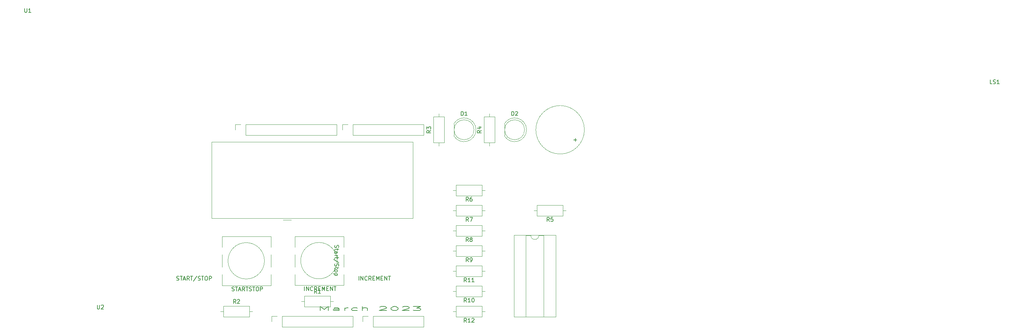
<source format=gbr>
%TF.GenerationSoftware,KiCad,Pcbnew,(7.0.0)*%
%TF.CreationDate,2023-04-11T17:05:15-06:00*%
%TF.ProjectId,EmbeddedSystemsPhaseA,456d6265-6464-4656-9453-797374656d73,rev?*%
%TF.SameCoordinates,Original*%
%TF.FileFunction,Legend,Top*%
%TF.FilePolarity,Positive*%
%FSLAX46Y46*%
G04 Gerber Fmt 4.6, Leading zero omitted, Abs format (unit mm)*
G04 Created by KiCad (PCBNEW (7.0.0)) date 2023-04-11 17:05:15*
%MOMM*%
%LPD*%
G01*
G04 APERTURE LIST*
%ADD10C,0.200000*%
%ADD11C,0.150000*%
%ADD12C,0.120000*%
G04 APERTURE END LIST*
D10*
X148498095Y-87082380D02*
X148498095Y-86082380D01*
X148974285Y-87082380D02*
X148974285Y-86082380D01*
X148974285Y-86082380D02*
X149545713Y-87082380D01*
X149545713Y-87082380D02*
X149545713Y-86082380D01*
X150593332Y-86987142D02*
X150545713Y-87034761D01*
X150545713Y-87034761D02*
X150402856Y-87082380D01*
X150402856Y-87082380D02*
X150307618Y-87082380D01*
X150307618Y-87082380D02*
X150164761Y-87034761D01*
X150164761Y-87034761D02*
X150069523Y-86939523D01*
X150069523Y-86939523D02*
X150021904Y-86844285D01*
X150021904Y-86844285D02*
X149974285Y-86653809D01*
X149974285Y-86653809D02*
X149974285Y-86510952D01*
X149974285Y-86510952D02*
X150021904Y-86320476D01*
X150021904Y-86320476D02*
X150069523Y-86225238D01*
X150069523Y-86225238D02*
X150164761Y-86130000D01*
X150164761Y-86130000D02*
X150307618Y-86082380D01*
X150307618Y-86082380D02*
X150402856Y-86082380D01*
X150402856Y-86082380D02*
X150545713Y-86130000D01*
X150545713Y-86130000D02*
X150593332Y-86177619D01*
X151593332Y-87082380D02*
X151259999Y-86606190D01*
X151021904Y-87082380D02*
X151021904Y-86082380D01*
X151021904Y-86082380D02*
X151402856Y-86082380D01*
X151402856Y-86082380D02*
X151498094Y-86130000D01*
X151498094Y-86130000D02*
X151545713Y-86177619D01*
X151545713Y-86177619D02*
X151593332Y-86272857D01*
X151593332Y-86272857D02*
X151593332Y-86415714D01*
X151593332Y-86415714D02*
X151545713Y-86510952D01*
X151545713Y-86510952D02*
X151498094Y-86558571D01*
X151498094Y-86558571D02*
X151402856Y-86606190D01*
X151402856Y-86606190D02*
X151021904Y-86606190D01*
X152021904Y-86558571D02*
X152355237Y-86558571D01*
X152498094Y-87082380D02*
X152021904Y-87082380D01*
X152021904Y-87082380D02*
X152021904Y-86082380D01*
X152021904Y-86082380D02*
X152498094Y-86082380D01*
X152926666Y-87082380D02*
X152926666Y-86082380D01*
X152926666Y-86082380D02*
X153259999Y-86796666D01*
X153259999Y-86796666D02*
X153593332Y-86082380D01*
X153593332Y-86082380D02*
X153593332Y-87082380D01*
X154069523Y-86558571D02*
X154402856Y-86558571D01*
X154545713Y-87082380D02*
X154069523Y-87082380D01*
X154069523Y-87082380D02*
X154069523Y-86082380D01*
X154069523Y-86082380D02*
X154545713Y-86082380D01*
X154974285Y-87082380D02*
X154974285Y-86082380D01*
X154974285Y-86082380D02*
X155545713Y-87082380D01*
X155545713Y-87082380D02*
X155545713Y-86082380D01*
X155879047Y-86082380D02*
X156450475Y-86082380D01*
X156164761Y-87082380D02*
X156164761Y-86082380D01*
X142490238Y-78282376D02*
X142442619Y-78425233D01*
X142442619Y-78425233D02*
X142442619Y-78663328D01*
X142442619Y-78663328D02*
X142490238Y-78758566D01*
X142490238Y-78758566D02*
X142537857Y-78806185D01*
X142537857Y-78806185D02*
X142633095Y-78853804D01*
X142633095Y-78853804D02*
X142728333Y-78853804D01*
X142728333Y-78853804D02*
X142823571Y-78806185D01*
X142823571Y-78806185D02*
X142871190Y-78758566D01*
X142871190Y-78758566D02*
X142918809Y-78663328D01*
X142918809Y-78663328D02*
X142966428Y-78472852D01*
X142966428Y-78472852D02*
X143014047Y-78377614D01*
X143014047Y-78377614D02*
X143061666Y-78329995D01*
X143061666Y-78329995D02*
X143156904Y-78282376D01*
X143156904Y-78282376D02*
X143252142Y-78282376D01*
X143252142Y-78282376D02*
X143347380Y-78329995D01*
X143347380Y-78329995D02*
X143395000Y-78377614D01*
X143395000Y-78377614D02*
X143442619Y-78472852D01*
X143442619Y-78472852D02*
X143442619Y-78710947D01*
X143442619Y-78710947D02*
X143395000Y-78853804D01*
X143109285Y-79139519D02*
X143109285Y-79520471D01*
X143442619Y-79282376D02*
X142585476Y-79282376D01*
X142585476Y-79282376D02*
X142490238Y-79329995D01*
X142490238Y-79329995D02*
X142442619Y-79425233D01*
X142442619Y-79425233D02*
X142442619Y-79520471D01*
X142442619Y-80282376D02*
X142966428Y-80282376D01*
X142966428Y-80282376D02*
X143061666Y-80234757D01*
X143061666Y-80234757D02*
X143109285Y-80139519D01*
X143109285Y-80139519D02*
X143109285Y-79949043D01*
X143109285Y-79949043D02*
X143061666Y-79853805D01*
X142490238Y-80282376D02*
X142442619Y-80187138D01*
X142442619Y-80187138D02*
X142442619Y-79949043D01*
X142442619Y-79949043D02*
X142490238Y-79853805D01*
X142490238Y-79853805D02*
X142585476Y-79806186D01*
X142585476Y-79806186D02*
X142680714Y-79806186D01*
X142680714Y-79806186D02*
X142775952Y-79853805D01*
X142775952Y-79853805D02*
X142823571Y-79949043D01*
X142823571Y-79949043D02*
X142823571Y-80187138D01*
X142823571Y-80187138D02*
X142871190Y-80282376D01*
X142442619Y-80758567D02*
X143109285Y-80758567D01*
X142918809Y-80758567D02*
X143014047Y-80806186D01*
X143014047Y-80806186D02*
X143061666Y-80853805D01*
X143061666Y-80853805D02*
X143109285Y-80949043D01*
X143109285Y-80949043D02*
X143109285Y-81044281D01*
X143109285Y-81234758D02*
X143109285Y-81615710D01*
X143442619Y-81377615D02*
X142585476Y-81377615D01*
X142585476Y-81377615D02*
X142490238Y-81425234D01*
X142490238Y-81425234D02*
X142442619Y-81520472D01*
X142442619Y-81520472D02*
X142442619Y-81615710D01*
X143490238Y-82663329D02*
X142204523Y-81806187D01*
X142490238Y-82949044D02*
X142442619Y-83091901D01*
X142442619Y-83091901D02*
X142442619Y-83329996D01*
X142442619Y-83329996D02*
X142490238Y-83425234D01*
X142490238Y-83425234D02*
X142537857Y-83472853D01*
X142537857Y-83472853D02*
X142633095Y-83520472D01*
X142633095Y-83520472D02*
X142728333Y-83520472D01*
X142728333Y-83520472D02*
X142823571Y-83472853D01*
X142823571Y-83472853D02*
X142871190Y-83425234D01*
X142871190Y-83425234D02*
X142918809Y-83329996D01*
X142918809Y-83329996D02*
X142966428Y-83139520D01*
X142966428Y-83139520D02*
X143014047Y-83044282D01*
X143014047Y-83044282D02*
X143061666Y-82996663D01*
X143061666Y-82996663D02*
X143156904Y-82949044D01*
X143156904Y-82949044D02*
X143252142Y-82949044D01*
X143252142Y-82949044D02*
X143347380Y-82996663D01*
X143347380Y-82996663D02*
X143395000Y-83044282D01*
X143395000Y-83044282D02*
X143442619Y-83139520D01*
X143442619Y-83139520D02*
X143442619Y-83377615D01*
X143442619Y-83377615D02*
X143395000Y-83520472D01*
X143109285Y-83806187D02*
X143109285Y-84187139D01*
X143442619Y-83949044D02*
X142585476Y-83949044D01*
X142585476Y-83949044D02*
X142490238Y-83996663D01*
X142490238Y-83996663D02*
X142442619Y-84091901D01*
X142442619Y-84091901D02*
X142442619Y-84187139D01*
X142442619Y-84663330D02*
X142490238Y-84568092D01*
X142490238Y-84568092D02*
X142537857Y-84520473D01*
X142537857Y-84520473D02*
X142633095Y-84472854D01*
X142633095Y-84472854D02*
X142918809Y-84472854D01*
X142918809Y-84472854D02*
X143014047Y-84520473D01*
X143014047Y-84520473D02*
X143061666Y-84568092D01*
X143061666Y-84568092D02*
X143109285Y-84663330D01*
X143109285Y-84663330D02*
X143109285Y-84806187D01*
X143109285Y-84806187D02*
X143061666Y-84901425D01*
X143061666Y-84901425D02*
X143014047Y-84949044D01*
X143014047Y-84949044D02*
X142918809Y-84996663D01*
X142918809Y-84996663D02*
X142633095Y-84996663D01*
X142633095Y-84996663D02*
X142537857Y-84949044D01*
X142537857Y-84949044D02*
X142490238Y-84901425D01*
X142490238Y-84901425D02*
X142442619Y-84806187D01*
X142442619Y-84806187D02*
X142442619Y-84663330D01*
X143109285Y-85425235D02*
X142109285Y-85425235D01*
X143061666Y-85425235D02*
X143109285Y-85520473D01*
X143109285Y-85520473D02*
X143109285Y-85710949D01*
X143109285Y-85710949D02*
X143061666Y-85806187D01*
X143061666Y-85806187D02*
X143014047Y-85853806D01*
X143014047Y-85853806D02*
X142918809Y-85901425D01*
X142918809Y-85901425D02*
X142633095Y-85901425D01*
X142633095Y-85901425D02*
X142537857Y-85853806D01*
X142537857Y-85853806D02*
X142490238Y-85806187D01*
X142490238Y-85806187D02*
X142442619Y-85710949D01*
X142442619Y-85710949D02*
X142442619Y-85520473D01*
X142442619Y-85520473D02*
X142490238Y-85425235D01*
X138814285Y-94702380D02*
X138814285Y-93702380D01*
X138814285Y-93702380D02*
X139814285Y-94416666D01*
X139814285Y-94416666D02*
X140814285Y-93702380D01*
X140814285Y-93702380D02*
X140814285Y-94702380D01*
X143528571Y-94702380D02*
X143528571Y-94178571D01*
X143528571Y-94178571D02*
X143385713Y-94083333D01*
X143385713Y-94083333D02*
X143099999Y-94035714D01*
X143099999Y-94035714D02*
X142528571Y-94035714D01*
X142528571Y-94035714D02*
X142242856Y-94083333D01*
X143528571Y-94654761D02*
X143242856Y-94702380D01*
X143242856Y-94702380D02*
X142528571Y-94702380D01*
X142528571Y-94702380D02*
X142242856Y-94654761D01*
X142242856Y-94654761D02*
X142099999Y-94559523D01*
X142099999Y-94559523D02*
X142099999Y-94464285D01*
X142099999Y-94464285D02*
X142242856Y-94369047D01*
X142242856Y-94369047D02*
X142528571Y-94321428D01*
X142528571Y-94321428D02*
X143242856Y-94321428D01*
X143242856Y-94321428D02*
X143528571Y-94273809D01*
X144957142Y-94702380D02*
X144957142Y-94035714D01*
X144957142Y-94226190D02*
X145099999Y-94130952D01*
X145099999Y-94130952D02*
X145242857Y-94083333D01*
X145242857Y-94083333D02*
X145528571Y-94035714D01*
X145528571Y-94035714D02*
X145814285Y-94035714D01*
X148100000Y-94654761D02*
X147814285Y-94702380D01*
X147814285Y-94702380D02*
X147242857Y-94702380D01*
X147242857Y-94702380D02*
X146957142Y-94654761D01*
X146957142Y-94654761D02*
X146814285Y-94607142D01*
X146814285Y-94607142D02*
X146671428Y-94511904D01*
X146671428Y-94511904D02*
X146671428Y-94226190D01*
X146671428Y-94226190D02*
X146814285Y-94130952D01*
X146814285Y-94130952D02*
X146957142Y-94083333D01*
X146957142Y-94083333D02*
X147242857Y-94035714D01*
X147242857Y-94035714D02*
X147814285Y-94035714D01*
X147814285Y-94035714D02*
X148100000Y-94083333D01*
X149385714Y-94702380D02*
X149385714Y-93702380D01*
X150671429Y-94702380D02*
X150671429Y-94178571D01*
X150671429Y-94178571D02*
X150528571Y-94083333D01*
X150528571Y-94083333D02*
X150242857Y-94035714D01*
X150242857Y-94035714D02*
X149814286Y-94035714D01*
X149814286Y-94035714D02*
X149528571Y-94083333D01*
X149528571Y-94083333D02*
X149385714Y-94130952D01*
X153757143Y-93797619D02*
X153900000Y-93750000D01*
X153900000Y-93750000D02*
X154185715Y-93702380D01*
X154185715Y-93702380D02*
X154900000Y-93702380D01*
X154900000Y-93702380D02*
X155185715Y-93750000D01*
X155185715Y-93750000D02*
X155328572Y-93797619D01*
X155328572Y-93797619D02*
X155471429Y-93892857D01*
X155471429Y-93892857D02*
X155471429Y-93988095D01*
X155471429Y-93988095D02*
X155328572Y-94130952D01*
X155328572Y-94130952D02*
X153614286Y-94702380D01*
X153614286Y-94702380D02*
X155471429Y-94702380D01*
X157328572Y-93702380D02*
X157614286Y-93702380D01*
X157614286Y-93702380D02*
X157900000Y-93750000D01*
X157900000Y-93750000D02*
X158042858Y-93797619D01*
X158042858Y-93797619D02*
X158185715Y-93892857D01*
X158185715Y-93892857D02*
X158328572Y-94083333D01*
X158328572Y-94083333D02*
X158328572Y-94321428D01*
X158328572Y-94321428D02*
X158185715Y-94511904D01*
X158185715Y-94511904D02*
X158042858Y-94607142D01*
X158042858Y-94607142D02*
X157900000Y-94654761D01*
X157900000Y-94654761D02*
X157614286Y-94702380D01*
X157614286Y-94702380D02*
X157328572Y-94702380D01*
X157328572Y-94702380D02*
X157042858Y-94654761D01*
X157042858Y-94654761D02*
X156900000Y-94607142D01*
X156900000Y-94607142D02*
X156757143Y-94511904D01*
X156757143Y-94511904D02*
X156614286Y-94321428D01*
X156614286Y-94321428D02*
X156614286Y-94083333D01*
X156614286Y-94083333D02*
X156757143Y-93892857D01*
X156757143Y-93892857D02*
X156900000Y-93797619D01*
X156900000Y-93797619D02*
X157042858Y-93750000D01*
X157042858Y-93750000D02*
X157328572Y-93702380D01*
X159471429Y-93797619D02*
X159614286Y-93750000D01*
X159614286Y-93750000D02*
X159900001Y-93702380D01*
X159900001Y-93702380D02*
X160614286Y-93702380D01*
X160614286Y-93702380D02*
X160900001Y-93750000D01*
X160900001Y-93750000D02*
X161042858Y-93797619D01*
X161042858Y-93797619D02*
X161185715Y-93892857D01*
X161185715Y-93892857D02*
X161185715Y-93988095D01*
X161185715Y-93988095D02*
X161042858Y-94130952D01*
X161042858Y-94130952D02*
X159328572Y-94702380D01*
X159328572Y-94702380D02*
X161185715Y-94702380D01*
X162185715Y-93702380D02*
X164042858Y-93702380D01*
X164042858Y-93702380D02*
X163042858Y-94083333D01*
X163042858Y-94083333D02*
X163471429Y-94083333D01*
X163471429Y-94083333D02*
X163757144Y-94130952D01*
X163757144Y-94130952D02*
X163900001Y-94178571D01*
X163900001Y-94178571D02*
X164042858Y-94273809D01*
X164042858Y-94273809D02*
X164042858Y-94511904D01*
X164042858Y-94511904D02*
X163900001Y-94607142D01*
X163900001Y-94607142D02*
X163757144Y-94654761D01*
X163757144Y-94654761D02*
X163471429Y-94702380D01*
X163471429Y-94702380D02*
X162614286Y-94702380D01*
X162614286Y-94702380D02*
X162328572Y-94654761D01*
X162328572Y-94654761D02*
X162185715Y-94607142D01*
X102730476Y-87034761D02*
X102873333Y-87082380D01*
X102873333Y-87082380D02*
X103111428Y-87082380D01*
X103111428Y-87082380D02*
X103206666Y-87034761D01*
X103206666Y-87034761D02*
X103254285Y-86987142D01*
X103254285Y-86987142D02*
X103301904Y-86891904D01*
X103301904Y-86891904D02*
X103301904Y-86796666D01*
X103301904Y-86796666D02*
X103254285Y-86701428D01*
X103254285Y-86701428D02*
X103206666Y-86653809D01*
X103206666Y-86653809D02*
X103111428Y-86606190D01*
X103111428Y-86606190D02*
X102920952Y-86558571D01*
X102920952Y-86558571D02*
X102825714Y-86510952D01*
X102825714Y-86510952D02*
X102778095Y-86463333D01*
X102778095Y-86463333D02*
X102730476Y-86368095D01*
X102730476Y-86368095D02*
X102730476Y-86272857D01*
X102730476Y-86272857D02*
X102778095Y-86177619D01*
X102778095Y-86177619D02*
X102825714Y-86130000D01*
X102825714Y-86130000D02*
X102920952Y-86082380D01*
X102920952Y-86082380D02*
X103159047Y-86082380D01*
X103159047Y-86082380D02*
X103301904Y-86130000D01*
X103587619Y-86082380D02*
X104159047Y-86082380D01*
X103873333Y-87082380D02*
X103873333Y-86082380D01*
X104444762Y-86796666D02*
X104920952Y-86796666D01*
X104349524Y-87082380D02*
X104682857Y-86082380D01*
X104682857Y-86082380D02*
X105016190Y-87082380D01*
X105920952Y-87082380D02*
X105587619Y-86606190D01*
X105349524Y-87082380D02*
X105349524Y-86082380D01*
X105349524Y-86082380D02*
X105730476Y-86082380D01*
X105730476Y-86082380D02*
X105825714Y-86130000D01*
X105825714Y-86130000D02*
X105873333Y-86177619D01*
X105873333Y-86177619D02*
X105920952Y-86272857D01*
X105920952Y-86272857D02*
X105920952Y-86415714D01*
X105920952Y-86415714D02*
X105873333Y-86510952D01*
X105873333Y-86510952D02*
X105825714Y-86558571D01*
X105825714Y-86558571D02*
X105730476Y-86606190D01*
X105730476Y-86606190D02*
X105349524Y-86606190D01*
X106206667Y-86082380D02*
X106778095Y-86082380D01*
X106492381Y-87082380D02*
X106492381Y-86082380D01*
X107825714Y-86034761D02*
X106968572Y-87320476D01*
X108111429Y-87034761D02*
X108254286Y-87082380D01*
X108254286Y-87082380D02*
X108492381Y-87082380D01*
X108492381Y-87082380D02*
X108587619Y-87034761D01*
X108587619Y-87034761D02*
X108635238Y-86987142D01*
X108635238Y-86987142D02*
X108682857Y-86891904D01*
X108682857Y-86891904D02*
X108682857Y-86796666D01*
X108682857Y-86796666D02*
X108635238Y-86701428D01*
X108635238Y-86701428D02*
X108587619Y-86653809D01*
X108587619Y-86653809D02*
X108492381Y-86606190D01*
X108492381Y-86606190D02*
X108301905Y-86558571D01*
X108301905Y-86558571D02*
X108206667Y-86510952D01*
X108206667Y-86510952D02*
X108159048Y-86463333D01*
X108159048Y-86463333D02*
X108111429Y-86368095D01*
X108111429Y-86368095D02*
X108111429Y-86272857D01*
X108111429Y-86272857D02*
X108159048Y-86177619D01*
X108159048Y-86177619D02*
X108206667Y-86130000D01*
X108206667Y-86130000D02*
X108301905Y-86082380D01*
X108301905Y-86082380D02*
X108540000Y-86082380D01*
X108540000Y-86082380D02*
X108682857Y-86130000D01*
X108968572Y-86082380D02*
X109540000Y-86082380D01*
X109254286Y-87082380D02*
X109254286Y-86082380D01*
X110063810Y-86082380D02*
X110254286Y-86082380D01*
X110254286Y-86082380D02*
X110349524Y-86130000D01*
X110349524Y-86130000D02*
X110444762Y-86225238D01*
X110444762Y-86225238D02*
X110492381Y-86415714D01*
X110492381Y-86415714D02*
X110492381Y-86749047D01*
X110492381Y-86749047D02*
X110444762Y-86939523D01*
X110444762Y-86939523D02*
X110349524Y-87034761D01*
X110349524Y-87034761D02*
X110254286Y-87082380D01*
X110254286Y-87082380D02*
X110063810Y-87082380D01*
X110063810Y-87082380D02*
X109968572Y-87034761D01*
X109968572Y-87034761D02*
X109873334Y-86939523D01*
X109873334Y-86939523D02*
X109825715Y-86749047D01*
X109825715Y-86749047D02*
X109825715Y-86415714D01*
X109825715Y-86415714D02*
X109873334Y-86225238D01*
X109873334Y-86225238D02*
X109968572Y-86130000D01*
X109968572Y-86130000D02*
X110063810Y-86082380D01*
X110920953Y-87082380D02*
X110920953Y-86082380D01*
X110920953Y-86082380D02*
X111301905Y-86082380D01*
X111301905Y-86082380D02*
X111397143Y-86130000D01*
X111397143Y-86130000D02*
X111444762Y-86177619D01*
X111444762Y-86177619D02*
X111492381Y-86272857D01*
X111492381Y-86272857D02*
X111492381Y-86415714D01*
X111492381Y-86415714D02*
X111444762Y-86510952D01*
X111444762Y-86510952D02*
X111397143Y-86558571D01*
X111397143Y-86558571D02*
X111301905Y-86606190D01*
X111301905Y-86606190D02*
X110920953Y-86606190D01*
D11*
%TO.C,D2*%
X186891905Y-45607380D02*
X186891905Y-44607380D01*
X186891905Y-44607380D02*
X187130000Y-44607380D01*
X187130000Y-44607380D02*
X187272857Y-44655000D01*
X187272857Y-44655000D02*
X187368095Y-44750238D01*
X187368095Y-44750238D02*
X187415714Y-44845476D01*
X187415714Y-44845476D02*
X187463333Y-45035952D01*
X187463333Y-45035952D02*
X187463333Y-45178809D01*
X187463333Y-45178809D02*
X187415714Y-45369285D01*
X187415714Y-45369285D02*
X187368095Y-45464523D01*
X187368095Y-45464523D02*
X187272857Y-45559761D01*
X187272857Y-45559761D02*
X187130000Y-45607380D01*
X187130000Y-45607380D02*
X186891905Y-45607380D01*
X187844286Y-44702619D02*
X187891905Y-44655000D01*
X187891905Y-44655000D02*
X187987143Y-44607380D01*
X187987143Y-44607380D02*
X188225238Y-44607380D01*
X188225238Y-44607380D02*
X188320476Y-44655000D01*
X188320476Y-44655000D02*
X188368095Y-44702619D01*
X188368095Y-44702619D02*
X188415714Y-44797857D01*
X188415714Y-44797857D02*
X188415714Y-44893095D01*
X188415714Y-44893095D02*
X188368095Y-45035952D01*
X188368095Y-45035952D02*
X187796667Y-45607380D01*
X187796667Y-45607380D02*
X188415714Y-45607380D01*
%TO.C,U2*%
X82802095Y-93315380D02*
X82802095Y-94124904D01*
X82802095Y-94124904D02*
X82849714Y-94220142D01*
X82849714Y-94220142D02*
X82897333Y-94267761D01*
X82897333Y-94267761D02*
X82992571Y-94315380D01*
X82992571Y-94315380D02*
X83183047Y-94315380D01*
X83183047Y-94315380D02*
X83278285Y-94267761D01*
X83278285Y-94267761D02*
X83325904Y-94220142D01*
X83325904Y-94220142D02*
X83373523Y-94124904D01*
X83373523Y-94124904D02*
X83373523Y-93315380D01*
X83802095Y-93410619D02*
X83849714Y-93363000D01*
X83849714Y-93363000D02*
X83944952Y-93315380D01*
X83944952Y-93315380D02*
X84183047Y-93315380D01*
X84183047Y-93315380D02*
X84278285Y-93363000D01*
X84278285Y-93363000D02*
X84325904Y-93410619D01*
X84325904Y-93410619D02*
X84373523Y-93505857D01*
X84373523Y-93505857D02*
X84373523Y-93601095D01*
X84373523Y-93601095D02*
X84325904Y-93743952D01*
X84325904Y-93743952D02*
X83754476Y-94315380D01*
X83754476Y-94315380D02*
X84373523Y-94315380D01*
%TO.C,R8*%
X176033333Y-77337380D02*
X175700000Y-76861190D01*
X175461905Y-77337380D02*
X175461905Y-76337380D01*
X175461905Y-76337380D02*
X175842857Y-76337380D01*
X175842857Y-76337380D02*
X175938095Y-76385000D01*
X175938095Y-76385000D02*
X175985714Y-76432619D01*
X175985714Y-76432619D02*
X176033333Y-76527857D01*
X176033333Y-76527857D02*
X176033333Y-76670714D01*
X176033333Y-76670714D02*
X175985714Y-76765952D01*
X175985714Y-76765952D02*
X175938095Y-76813571D01*
X175938095Y-76813571D02*
X175842857Y-76861190D01*
X175842857Y-76861190D02*
X175461905Y-76861190D01*
X176604762Y-76765952D02*
X176509524Y-76718333D01*
X176509524Y-76718333D02*
X176461905Y-76670714D01*
X176461905Y-76670714D02*
X176414286Y-76575476D01*
X176414286Y-76575476D02*
X176414286Y-76527857D01*
X176414286Y-76527857D02*
X176461905Y-76432619D01*
X176461905Y-76432619D02*
X176509524Y-76385000D01*
X176509524Y-76385000D02*
X176604762Y-76337380D01*
X176604762Y-76337380D02*
X176795238Y-76337380D01*
X176795238Y-76337380D02*
X176890476Y-76385000D01*
X176890476Y-76385000D02*
X176938095Y-76432619D01*
X176938095Y-76432619D02*
X176985714Y-76527857D01*
X176985714Y-76527857D02*
X176985714Y-76575476D01*
X176985714Y-76575476D02*
X176938095Y-76670714D01*
X176938095Y-76670714D02*
X176890476Y-76718333D01*
X176890476Y-76718333D02*
X176795238Y-76765952D01*
X176795238Y-76765952D02*
X176604762Y-76765952D01*
X176604762Y-76765952D02*
X176509524Y-76813571D01*
X176509524Y-76813571D02*
X176461905Y-76861190D01*
X176461905Y-76861190D02*
X176414286Y-76956428D01*
X176414286Y-76956428D02*
X176414286Y-77146904D01*
X176414286Y-77146904D02*
X176461905Y-77242142D01*
X176461905Y-77242142D02*
X176509524Y-77289761D01*
X176509524Y-77289761D02*
X176604762Y-77337380D01*
X176604762Y-77337380D02*
X176795238Y-77337380D01*
X176795238Y-77337380D02*
X176890476Y-77289761D01*
X176890476Y-77289761D02*
X176938095Y-77242142D01*
X176938095Y-77242142D02*
X176985714Y-77146904D01*
X176985714Y-77146904D02*
X176985714Y-76956428D01*
X176985714Y-76956428D02*
X176938095Y-76861190D01*
X176938095Y-76861190D02*
X176890476Y-76813571D01*
X176890476Y-76813571D02*
X176795238Y-76765952D01*
%TO.C,R5*%
X196353333Y-72257380D02*
X196020000Y-71781190D01*
X195781905Y-72257380D02*
X195781905Y-71257380D01*
X195781905Y-71257380D02*
X196162857Y-71257380D01*
X196162857Y-71257380D02*
X196258095Y-71305000D01*
X196258095Y-71305000D02*
X196305714Y-71352619D01*
X196305714Y-71352619D02*
X196353333Y-71447857D01*
X196353333Y-71447857D02*
X196353333Y-71590714D01*
X196353333Y-71590714D02*
X196305714Y-71685952D01*
X196305714Y-71685952D02*
X196258095Y-71733571D01*
X196258095Y-71733571D02*
X196162857Y-71781190D01*
X196162857Y-71781190D02*
X195781905Y-71781190D01*
X197258095Y-71257380D02*
X196781905Y-71257380D01*
X196781905Y-71257380D02*
X196734286Y-71733571D01*
X196734286Y-71733571D02*
X196781905Y-71685952D01*
X196781905Y-71685952D02*
X196877143Y-71638333D01*
X196877143Y-71638333D02*
X197115238Y-71638333D01*
X197115238Y-71638333D02*
X197210476Y-71685952D01*
X197210476Y-71685952D02*
X197258095Y-71733571D01*
X197258095Y-71733571D02*
X197305714Y-71828809D01*
X197305714Y-71828809D02*
X197305714Y-72066904D01*
X197305714Y-72066904D02*
X197258095Y-72162142D01*
X197258095Y-72162142D02*
X197210476Y-72209761D01*
X197210476Y-72209761D02*
X197115238Y-72257380D01*
X197115238Y-72257380D02*
X196877143Y-72257380D01*
X196877143Y-72257380D02*
X196781905Y-72209761D01*
X196781905Y-72209761D02*
X196734286Y-72162142D01*
%TO.C,D1*%
X174191905Y-45607380D02*
X174191905Y-44607380D01*
X174191905Y-44607380D02*
X174430000Y-44607380D01*
X174430000Y-44607380D02*
X174572857Y-44655000D01*
X174572857Y-44655000D02*
X174668095Y-44750238D01*
X174668095Y-44750238D02*
X174715714Y-44845476D01*
X174715714Y-44845476D02*
X174763333Y-45035952D01*
X174763333Y-45035952D02*
X174763333Y-45178809D01*
X174763333Y-45178809D02*
X174715714Y-45369285D01*
X174715714Y-45369285D02*
X174668095Y-45464523D01*
X174668095Y-45464523D02*
X174572857Y-45559761D01*
X174572857Y-45559761D02*
X174430000Y-45607380D01*
X174430000Y-45607380D02*
X174191905Y-45607380D01*
X175715714Y-45607380D02*
X175144286Y-45607380D01*
X175430000Y-45607380D02*
X175430000Y-44607380D01*
X175430000Y-44607380D02*
X175334762Y-44750238D01*
X175334762Y-44750238D02*
X175239524Y-44845476D01*
X175239524Y-44845476D02*
X175144286Y-44893095D01*
%TO.C,R1*%
X137933333Y-90377380D02*
X137600000Y-89901190D01*
X137361905Y-90377380D02*
X137361905Y-89377380D01*
X137361905Y-89377380D02*
X137742857Y-89377380D01*
X137742857Y-89377380D02*
X137838095Y-89425000D01*
X137838095Y-89425000D02*
X137885714Y-89472619D01*
X137885714Y-89472619D02*
X137933333Y-89567857D01*
X137933333Y-89567857D02*
X137933333Y-89710714D01*
X137933333Y-89710714D02*
X137885714Y-89805952D01*
X137885714Y-89805952D02*
X137838095Y-89853571D01*
X137838095Y-89853571D02*
X137742857Y-89901190D01*
X137742857Y-89901190D02*
X137361905Y-89901190D01*
X138885714Y-90377380D02*
X138314286Y-90377380D01*
X138600000Y-90377380D02*
X138600000Y-89377380D01*
X138600000Y-89377380D02*
X138504762Y-89520238D01*
X138504762Y-89520238D02*
X138409524Y-89615476D01*
X138409524Y-89615476D02*
X138314286Y-89663095D01*
%TO.C,LS1*%
X307563142Y-37629380D02*
X307086952Y-37629380D01*
X307086952Y-37629380D02*
X307086952Y-36629380D01*
X307848857Y-37581761D02*
X307991714Y-37629380D01*
X307991714Y-37629380D02*
X308229809Y-37629380D01*
X308229809Y-37629380D02*
X308325047Y-37581761D01*
X308325047Y-37581761D02*
X308372666Y-37534142D01*
X308372666Y-37534142D02*
X308420285Y-37438904D01*
X308420285Y-37438904D02*
X308420285Y-37343666D01*
X308420285Y-37343666D02*
X308372666Y-37248428D01*
X308372666Y-37248428D02*
X308325047Y-37200809D01*
X308325047Y-37200809D02*
X308229809Y-37153190D01*
X308229809Y-37153190D02*
X308039333Y-37105571D01*
X308039333Y-37105571D02*
X307944095Y-37057952D01*
X307944095Y-37057952D02*
X307896476Y-37010333D01*
X307896476Y-37010333D02*
X307848857Y-36915095D01*
X307848857Y-36915095D02*
X307848857Y-36819857D01*
X307848857Y-36819857D02*
X307896476Y-36724619D01*
X307896476Y-36724619D02*
X307944095Y-36677000D01*
X307944095Y-36677000D02*
X308039333Y-36629380D01*
X308039333Y-36629380D02*
X308277428Y-36629380D01*
X308277428Y-36629380D02*
X308420285Y-36677000D01*
X309372666Y-37629380D02*
X308801238Y-37629380D01*
X309086952Y-37629380D02*
X309086952Y-36629380D01*
X309086952Y-36629380D02*
X308991714Y-36772238D01*
X308991714Y-36772238D02*
X308896476Y-36867476D01*
X308896476Y-36867476D02*
X308801238Y-36915095D01*
X202489048Y-51726428D02*
X203250953Y-51726428D01*
X202870000Y-52107380D02*
X202870000Y-51345476D01*
%TO.C,R2*%
X117613333Y-92917380D02*
X117280000Y-92441190D01*
X117041905Y-92917380D02*
X117041905Y-91917380D01*
X117041905Y-91917380D02*
X117422857Y-91917380D01*
X117422857Y-91917380D02*
X117518095Y-91965000D01*
X117518095Y-91965000D02*
X117565714Y-92012619D01*
X117565714Y-92012619D02*
X117613333Y-92107857D01*
X117613333Y-92107857D02*
X117613333Y-92250714D01*
X117613333Y-92250714D02*
X117565714Y-92345952D01*
X117565714Y-92345952D02*
X117518095Y-92393571D01*
X117518095Y-92393571D02*
X117422857Y-92441190D01*
X117422857Y-92441190D02*
X117041905Y-92441190D01*
X117994286Y-92012619D02*
X118041905Y-91965000D01*
X118041905Y-91965000D02*
X118137143Y-91917380D01*
X118137143Y-91917380D02*
X118375238Y-91917380D01*
X118375238Y-91917380D02*
X118470476Y-91965000D01*
X118470476Y-91965000D02*
X118518095Y-92012619D01*
X118518095Y-92012619D02*
X118565714Y-92107857D01*
X118565714Y-92107857D02*
X118565714Y-92203095D01*
X118565714Y-92203095D02*
X118518095Y-92345952D01*
X118518095Y-92345952D02*
X117946667Y-92917380D01*
X117946667Y-92917380D02*
X118565714Y-92917380D01*
%TO.C,STARTSTOP*%
X116622857Y-89699761D02*
X116765714Y-89747380D01*
X116765714Y-89747380D02*
X117003809Y-89747380D01*
X117003809Y-89747380D02*
X117099047Y-89699761D01*
X117099047Y-89699761D02*
X117146666Y-89652142D01*
X117146666Y-89652142D02*
X117194285Y-89556904D01*
X117194285Y-89556904D02*
X117194285Y-89461666D01*
X117194285Y-89461666D02*
X117146666Y-89366428D01*
X117146666Y-89366428D02*
X117099047Y-89318809D01*
X117099047Y-89318809D02*
X117003809Y-89271190D01*
X117003809Y-89271190D02*
X116813333Y-89223571D01*
X116813333Y-89223571D02*
X116718095Y-89175952D01*
X116718095Y-89175952D02*
X116670476Y-89128333D01*
X116670476Y-89128333D02*
X116622857Y-89033095D01*
X116622857Y-89033095D02*
X116622857Y-88937857D01*
X116622857Y-88937857D02*
X116670476Y-88842619D01*
X116670476Y-88842619D02*
X116718095Y-88795000D01*
X116718095Y-88795000D02*
X116813333Y-88747380D01*
X116813333Y-88747380D02*
X117051428Y-88747380D01*
X117051428Y-88747380D02*
X117194285Y-88795000D01*
X117480000Y-88747380D02*
X118051428Y-88747380D01*
X117765714Y-89747380D02*
X117765714Y-88747380D01*
X118337143Y-89461666D02*
X118813333Y-89461666D01*
X118241905Y-89747380D02*
X118575238Y-88747380D01*
X118575238Y-88747380D02*
X118908571Y-89747380D01*
X119813333Y-89747380D02*
X119480000Y-89271190D01*
X119241905Y-89747380D02*
X119241905Y-88747380D01*
X119241905Y-88747380D02*
X119622857Y-88747380D01*
X119622857Y-88747380D02*
X119718095Y-88795000D01*
X119718095Y-88795000D02*
X119765714Y-88842619D01*
X119765714Y-88842619D02*
X119813333Y-88937857D01*
X119813333Y-88937857D02*
X119813333Y-89080714D01*
X119813333Y-89080714D02*
X119765714Y-89175952D01*
X119765714Y-89175952D02*
X119718095Y-89223571D01*
X119718095Y-89223571D02*
X119622857Y-89271190D01*
X119622857Y-89271190D02*
X119241905Y-89271190D01*
X120099048Y-88747380D02*
X120670476Y-88747380D01*
X120384762Y-89747380D02*
X120384762Y-88747380D01*
X120956191Y-89699761D02*
X121099048Y-89747380D01*
X121099048Y-89747380D02*
X121337143Y-89747380D01*
X121337143Y-89747380D02*
X121432381Y-89699761D01*
X121432381Y-89699761D02*
X121480000Y-89652142D01*
X121480000Y-89652142D02*
X121527619Y-89556904D01*
X121527619Y-89556904D02*
X121527619Y-89461666D01*
X121527619Y-89461666D02*
X121480000Y-89366428D01*
X121480000Y-89366428D02*
X121432381Y-89318809D01*
X121432381Y-89318809D02*
X121337143Y-89271190D01*
X121337143Y-89271190D02*
X121146667Y-89223571D01*
X121146667Y-89223571D02*
X121051429Y-89175952D01*
X121051429Y-89175952D02*
X121003810Y-89128333D01*
X121003810Y-89128333D02*
X120956191Y-89033095D01*
X120956191Y-89033095D02*
X120956191Y-88937857D01*
X120956191Y-88937857D02*
X121003810Y-88842619D01*
X121003810Y-88842619D02*
X121051429Y-88795000D01*
X121051429Y-88795000D02*
X121146667Y-88747380D01*
X121146667Y-88747380D02*
X121384762Y-88747380D01*
X121384762Y-88747380D02*
X121527619Y-88795000D01*
X121813334Y-88747380D02*
X122384762Y-88747380D01*
X122099048Y-89747380D02*
X122099048Y-88747380D01*
X122908572Y-88747380D02*
X123099048Y-88747380D01*
X123099048Y-88747380D02*
X123194286Y-88795000D01*
X123194286Y-88795000D02*
X123289524Y-88890238D01*
X123289524Y-88890238D02*
X123337143Y-89080714D01*
X123337143Y-89080714D02*
X123337143Y-89414047D01*
X123337143Y-89414047D02*
X123289524Y-89604523D01*
X123289524Y-89604523D02*
X123194286Y-89699761D01*
X123194286Y-89699761D02*
X123099048Y-89747380D01*
X123099048Y-89747380D02*
X122908572Y-89747380D01*
X122908572Y-89747380D02*
X122813334Y-89699761D01*
X122813334Y-89699761D02*
X122718096Y-89604523D01*
X122718096Y-89604523D02*
X122670477Y-89414047D01*
X122670477Y-89414047D02*
X122670477Y-89080714D01*
X122670477Y-89080714D02*
X122718096Y-88890238D01*
X122718096Y-88890238D02*
X122813334Y-88795000D01*
X122813334Y-88795000D02*
X122908572Y-88747380D01*
X123765715Y-89747380D02*
X123765715Y-88747380D01*
X123765715Y-88747380D02*
X124146667Y-88747380D01*
X124146667Y-88747380D02*
X124241905Y-88795000D01*
X124241905Y-88795000D02*
X124289524Y-88842619D01*
X124289524Y-88842619D02*
X124337143Y-88937857D01*
X124337143Y-88937857D02*
X124337143Y-89080714D01*
X124337143Y-89080714D02*
X124289524Y-89175952D01*
X124289524Y-89175952D02*
X124241905Y-89223571D01*
X124241905Y-89223571D02*
X124146667Y-89271190D01*
X124146667Y-89271190D02*
X123765715Y-89271190D01*
%TO.C,INCREMENT*%
X134840238Y-89707380D02*
X134840238Y-88707380D01*
X135316428Y-89707380D02*
X135316428Y-88707380D01*
X135316428Y-88707380D02*
X135887856Y-89707380D01*
X135887856Y-89707380D02*
X135887856Y-88707380D01*
X136935475Y-89612142D02*
X136887856Y-89659761D01*
X136887856Y-89659761D02*
X136744999Y-89707380D01*
X136744999Y-89707380D02*
X136649761Y-89707380D01*
X136649761Y-89707380D02*
X136506904Y-89659761D01*
X136506904Y-89659761D02*
X136411666Y-89564523D01*
X136411666Y-89564523D02*
X136364047Y-89469285D01*
X136364047Y-89469285D02*
X136316428Y-89278809D01*
X136316428Y-89278809D02*
X136316428Y-89135952D01*
X136316428Y-89135952D02*
X136364047Y-88945476D01*
X136364047Y-88945476D02*
X136411666Y-88850238D01*
X136411666Y-88850238D02*
X136506904Y-88755000D01*
X136506904Y-88755000D02*
X136649761Y-88707380D01*
X136649761Y-88707380D02*
X136744999Y-88707380D01*
X136744999Y-88707380D02*
X136887856Y-88755000D01*
X136887856Y-88755000D02*
X136935475Y-88802619D01*
X137935475Y-89707380D02*
X137602142Y-89231190D01*
X137364047Y-89707380D02*
X137364047Y-88707380D01*
X137364047Y-88707380D02*
X137744999Y-88707380D01*
X137744999Y-88707380D02*
X137840237Y-88755000D01*
X137840237Y-88755000D02*
X137887856Y-88802619D01*
X137887856Y-88802619D02*
X137935475Y-88897857D01*
X137935475Y-88897857D02*
X137935475Y-89040714D01*
X137935475Y-89040714D02*
X137887856Y-89135952D01*
X137887856Y-89135952D02*
X137840237Y-89183571D01*
X137840237Y-89183571D02*
X137744999Y-89231190D01*
X137744999Y-89231190D02*
X137364047Y-89231190D01*
X138364047Y-89183571D02*
X138697380Y-89183571D01*
X138840237Y-89707380D02*
X138364047Y-89707380D01*
X138364047Y-89707380D02*
X138364047Y-88707380D01*
X138364047Y-88707380D02*
X138840237Y-88707380D01*
X139268809Y-89707380D02*
X139268809Y-88707380D01*
X139268809Y-88707380D02*
X139602142Y-89421666D01*
X139602142Y-89421666D02*
X139935475Y-88707380D01*
X139935475Y-88707380D02*
X139935475Y-89707380D01*
X140411666Y-89183571D02*
X140744999Y-89183571D01*
X140887856Y-89707380D02*
X140411666Y-89707380D01*
X140411666Y-89707380D02*
X140411666Y-88707380D01*
X140411666Y-88707380D02*
X140887856Y-88707380D01*
X141316428Y-89707380D02*
X141316428Y-88707380D01*
X141316428Y-88707380D02*
X141887856Y-89707380D01*
X141887856Y-89707380D02*
X141887856Y-88707380D01*
X142221190Y-88707380D02*
X142792618Y-88707380D01*
X142506904Y-89707380D02*
X142506904Y-88707380D01*
%TO.C,U1*%
X64563095Y-18629280D02*
X64563095Y-19438804D01*
X64563095Y-19438804D02*
X64610714Y-19534042D01*
X64610714Y-19534042D02*
X64658333Y-19581661D01*
X64658333Y-19581661D02*
X64753571Y-19629280D01*
X64753571Y-19629280D02*
X64944047Y-19629280D01*
X64944047Y-19629280D02*
X65039285Y-19581661D01*
X65039285Y-19581661D02*
X65086904Y-19534042D01*
X65086904Y-19534042D02*
X65134523Y-19438804D01*
X65134523Y-19438804D02*
X65134523Y-18629280D01*
X66134523Y-19629280D02*
X65563095Y-19629280D01*
X65848809Y-19629280D02*
X65848809Y-18629280D01*
X65848809Y-18629280D02*
X65753571Y-18772138D01*
X65753571Y-18772138D02*
X65658333Y-18867376D01*
X65658333Y-18867376D02*
X65563095Y-18914995D01*
%TO.C,R12*%
X175557142Y-97657380D02*
X175223809Y-97181190D01*
X174985714Y-97657380D02*
X174985714Y-96657380D01*
X174985714Y-96657380D02*
X175366666Y-96657380D01*
X175366666Y-96657380D02*
X175461904Y-96705000D01*
X175461904Y-96705000D02*
X175509523Y-96752619D01*
X175509523Y-96752619D02*
X175557142Y-96847857D01*
X175557142Y-96847857D02*
X175557142Y-96990714D01*
X175557142Y-96990714D02*
X175509523Y-97085952D01*
X175509523Y-97085952D02*
X175461904Y-97133571D01*
X175461904Y-97133571D02*
X175366666Y-97181190D01*
X175366666Y-97181190D02*
X174985714Y-97181190D01*
X176509523Y-97657380D02*
X175938095Y-97657380D01*
X176223809Y-97657380D02*
X176223809Y-96657380D01*
X176223809Y-96657380D02*
X176128571Y-96800238D01*
X176128571Y-96800238D02*
X176033333Y-96895476D01*
X176033333Y-96895476D02*
X175938095Y-96943095D01*
X176890476Y-96752619D02*
X176938095Y-96705000D01*
X176938095Y-96705000D02*
X177033333Y-96657380D01*
X177033333Y-96657380D02*
X177271428Y-96657380D01*
X177271428Y-96657380D02*
X177366666Y-96705000D01*
X177366666Y-96705000D02*
X177414285Y-96752619D01*
X177414285Y-96752619D02*
X177461904Y-96847857D01*
X177461904Y-96847857D02*
X177461904Y-96943095D01*
X177461904Y-96943095D02*
X177414285Y-97085952D01*
X177414285Y-97085952D02*
X176842857Y-97657380D01*
X176842857Y-97657380D02*
X177461904Y-97657380D01*
%TO.C,R10*%
X175557142Y-92577380D02*
X175223809Y-92101190D01*
X174985714Y-92577380D02*
X174985714Y-91577380D01*
X174985714Y-91577380D02*
X175366666Y-91577380D01*
X175366666Y-91577380D02*
X175461904Y-91625000D01*
X175461904Y-91625000D02*
X175509523Y-91672619D01*
X175509523Y-91672619D02*
X175557142Y-91767857D01*
X175557142Y-91767857D02*
X175557142Y-91910714D01*
X175557142Y-91910714D02*
X175509523Y-92005952D01*
X175509523Y-92005952D02*
X175461904Y-92053571D01*
X175461904Y-92053571D02*
X175366666Y-92101190D01*
X175366666Y-92101190D02*
X174985714Y-92101190D01*
X176509523Y-92577380D02*
X175938095Y-92577380D01*
X176223809Y-92577380D02*
X176223809Y-91577380D01*
X176223809Y-91577380D02*
X176128571Y-91720238D01*
X176128571Y-91720238D02*
X176033333Y-91815476D01*
X176033333Y-91815476D02*
X175938095Y-91863095D01*
X177128571Y-91577380D02*
X177223809Y-91577380D01*
X177223809Y-91577380D02*
X177319047Y-91625000D01*
X177319047Y-91625000D02*
X177366666Y-91672619D01*
X177366666Y-91672619D02*
X177414285Y-91767857D01*
X177414285Y-91767857D02*
X177461904Y-91958333D01*
X177461904Y-91958333D02*
X177461904Y-92196428D01*
X177461904Y-92196428D02*
X177414285Y-92386904D01*
X177414285Y-92386904D02*
X177366666Y-92482142D01*
X177366666Y-92482142D02*
X177319047Y-92529761D01*
X177319047Y-92529761D02*
X177223809Y-92577380D01*
X177223809Y-92577380D02*
X177128571Y-92577380D01*
X177128571Y-92577380D02*
X177033333Y-92529761D01*
X177033333Y-92529761D02*
X176985714Y-92482142D01*
X176985714Y-92482142D02*
X176938095Y-92386904D01*
X176938095Y-92386904D02*
X176890476Y-92196428D01*
X176890476Y-92196428D02*
X176890476Y-91958333D01*
X176890476Y-91958333D02*
X176938095Y-91767857D01*
X176938095Y-91767857D02*
X176985714Y-91672619D01*
X176985714Y-91672619D02*
X177033333Y-91625000D01*
X177033333Y-91625000D02*
X177128571Y-91577380D01*
%TO.C,R9*%
X176033333Y-82417380D02*
X175700000Y-81941190D01*
X175461905Y-82417380D02*
X175461905Y-81417380D01*
X175461905Y-81417380D02*
X175842857Y-81417380D01*
X175842857Y-81417380D02*
X175938095Y-81465000D01*
X175938095Y-81465000D02*
X175985714Y-81512619D01*
X175985714Y-81512619D02*
X176033333Y-81607857D01*
X176033333Y-81607857D02*
X176033333Y-81750714D01*
X176033333Y-81750714D02*
X175985714Y-81845952D01*
X175985714Y-81845952D02*
X175938095Y-81893571D01*
X175938095Y-81893571D02*
X175842857Y-81941190D01*
X175842857Y-81941190D02*
X175461905Y-81941190D01*
X176509524Y-82417380D02*
X176700000Y-82417380D01*
X176700000Y-82417380D02*
X176795238Y-82369761D01*
X176795238Y-82369761D02*
X176842857Y-82322142D01*
X176842857Y-82322142D02*
X176938095Y-82179285D01*
X176938095Y-82179285D02*
X176985714Y-81988809D01*
X176985714Y-81988809D02*
X176985714Y-81607857D01*
X176985714Y-81607857D02*
X176938095Y-81512619D01*
X176938095Y-81512619D02*
X176890476Y-81465000D01*
X176890476Y-81465000D02*
X176795238Y-81417380D01*
X176795238Y-81417380D02*
X176604762Y-81417380D01*
X176604762Y-81417380D02*
X176509524Y-81465000D01*
X176509524Y-81465000D02*
X176461905Y-81512619D01*
X176461905Y-81512619D02*
X176414286Y-81607857D01*
X176414286Y-81607857D02*
X176414286Y-81845952D01*
X176414286Y-81845952D02*
X176461905Y-81941190D01*
X176461905Y-81941190D02*
X176509524Y-81988809D01*
X176509524Y-81988809D02*
X176604762Y-82036428D01*
X176604762Y-82036428D02*
X176795238Y-82036428D01*
X176795238Y-82036428D02*
X176890476Y-81988809D01*
X176890476Y-81988809D02*
X176938095Y-81941190D01*
X176938095Y-81941190D02*
X176985714Y-81845952D01*
%TO.C,R6*%
X176033333Y-67177380D02*
X175700000Y-66701190D01*
X175461905Y-67177380D02*
X175461905Y-66177380D01*
X175461905Y-66177380D02*
X175842857Y-66177380D01*
X175842857Y-66177380D02*
X175938095Y-66225000D01*
X175938095Y-66225000D02*
X175985714Y-66272619D01*
X175985714Y-66272619D02*
X176033333Y-66367857D01*
X176033333Y-66367857D02*
X176033333Y-66510714D01*
X176033333Y-66510714D02*
X175985714Y-66605952D01*
X175985714Y-66605952D02*
X175938095Y-66653571D01*
X175938095Y-66653571D02*
X175842857Y-66701190D01*
X175842857Y-66701190D02*
X175461905Y-66701190D01*
X176890476Y-66177380D02*
X176700000Y-66177380D01*
X176700000Y-66177380D02*
X176604762Y-66225000D01*
X176604762Y-66225000D02*
X176557143Y-66272619D01*
X176557143Y-66272619D02*
X176461905Y-66415476D01*
X176461905Y-66415476D02*
X176414286Y-66605952D01*
X176414286Y-66605952D02*
X176414286Y-66986904D01*
X176414286Y-66986904D02*
X176461905Y-67082142D01*
X176461905Y-67082142D02*
X176509524Y-67129761D01*
X176509524Y-67129761D02*
X176604762Y-67177380D01*
X176604762Y-67177380D02*
X176795238Y-67177380D01*
X176795238Y-67177380D02*
X176890476Y-67129761D01*
X176890476Y-67129761D02*
X176938095Y-67082142D01*
X176938095Y-67082142D02*
X176985714Y-66986904D01*
X176985714Y-66986904D02*
X176985714Y-66748809D01*
X176985714Y-66748809D02*
X176938095Y-66653571D01*
X176938095Y-66653571D02*
X176890476Y-66605952D01*
X176890476Y-66605952D02*
X176795238Y-66558333D01*
X176795238Y-66558333D02*
X176604762Y-66558333D01*
X176604762Y-66558333D02*
X176509524Y-66605952D01*
X176509524Y-66605952D02*
X176461905Y-66653571D01*
X176461905Y-66653571D02*
X176414286Y-66748809D01*
%TO.C,R3*%
X166577380Y-49366666D02*
X166101190Y-49699999D01*
X166577380Y-49938094D02*
X165577380Y-49938094D01*
X165577380Y-49938094D02*
X165577380Y-49557142D01*
X165577380Y-49557142D02*
X165625000Y-49461904D01*
X165625000Y-49461904D02*
X165672619Y-49414285D01*
X165672619Y-49414285D02*
X165767857Y-49366666D01*
X165767857Y-49366666D02*
X165910714Y-49366666D01*
X165910714Y-49366666D02*
X166005952Y-49414285D01*
X166005952Y-49414285D02*
X166053571Y-49461904D01*
X166053571Y-49461904D02*
X166101190Y-49557142D01*
X166101190Y-49557142D02*
X166101190Y-49938094D01*
X165577380Y-49033332D02*
X165577380Y-48414285D01*
X165577380Y-48414285D02*
X165958333Y-48747618D01*
X165958333Y-48747618D02*
X165958333Y-48604761D01*
X165958333Y-48604761D02*
X166005952Y-48509523D01*
X166005952Y-48509523D02*
X166053571Y-48461904D01*
X166053571Y-48461904D02*
X166148809Y-48414285D01*
X166148809Y-48414285D02*
X166386904Y-48414285D01*
X166386904Y-48414285D02*
X166482142Y-48461904D01*
X166482142Y-48461904D02*
X166529761Y-48509523D01*
X166529761Y-48509523D02*
X166577380Y-48604761D01*
X166577380Y-48604761D02*
X166577380Y-48890475D01*
X166577380Y-48890475D02*
X166529761Y-48985713D01*
X166529761Y-48985713D02*
X166482142Y-49033332D01*
%TO.C,R7*%
X176033333Y-72257380D02*
X175700000Y-71781190D01*
X175461905Y-72257380D02*
X175461905Y-71257380D01*
X175461905Y-71257380D02*
X175842857Y-71257380D01*
X175842857Y-71257380D02*
X175938095Y-71305000D01*
X175938095Y-71305000D02*
X175985714Y-71352619D01*
X175985714Y-71352619D02*
X176033333Y-71447857D01*
X176033333Y-71447857D02*
X176033333Y-71590714D01*
X176033333Y-71590714D02*
X175985714Y-71685952D01*
X175985714Y-71685952D02*
X175938095Y-71733571D01*
X175938095Y-71733571D02*
X175842857Y-71781190D01*
X175842857Y-71781190D02*
X175461905Y-71781190D01*
X176366667Y-71257380D02*
X177033333Y-71257380D01*
X177033333Y-71257380D02*
X176604762Y-72257380D01*
%TO.C,R11*%
X175557142Y-87497380D02*
X175223809Y-87021190D01*
X174985714Y-87497380D02*
X174985714Y-86497380D01*
X174985714Y-86497380D02*
X175366666Y-86497380D01*
X175366666Y-86497380D02*
X175461904Y-86545000D01*
X175461904Y-86545000D02*
X175509523Y-86592619D01*
X175509523Y-86592619D02*
X175557142Y-86687857D01*
X175557142Y-86687857D02*
X175557142Y-86830714D01*
X175557142Y-86830714D02*
X175509523Y-86925952D01*
X175509523Y-86925952D02*
X175461904Y-86973571D01*
X175461904Y-86973571D02*
X175366666Y-87021190D01*
X175366666Y-87021190D02*
X174985714Y-87021190D01*
X176509523Y-87497380D02*
X175938095Y-87497380D01*
X176223809Y-87497380D02*
X176223809Y-86497380D01*
X176223809Y-86497380D02*
X176128571Y-86640238D01*
X176128571Y-86640238D02*
X176033333Y-86735476D01*
X176033333Y-86735476D02*
X175938095Y-86783095D01*
X177461904Y-87497380D02*
X176890476Y-87497380D01*
X177176190Y-87497380D02*
X177176190Y-86497380D01*
X177176190Y-86497380D02*
X177080952Y-86640238D01*
X177080952Y-86640238D02*
X176985714Y-86735476D01*
X176985714Y-86735476D02*
X176890476Y-86783095D01*
%TO.C,R4*%
X179277380Y-49366666D02*
X178801190Y-49699999D01*
X179277380Y-49938094D02*
X178277380Y-49938094D01*
X178277380Y-49938094D02*
X178277380Y-49557142D01*
X178277380Y-49557142D02*
X178325000Y-49461904D01*
X178325000Y-49461904D02*
X178372619Y-49414285D01*
X178372619Y-49414285D02*
X178467857Y-49366666D01*
X178467857Y-49366666D02*
X178610714Y-49366666D01*
X178610714Y-49366666D02*
X178705952Y-49414285D01*
X178705952Y-49414285D02*
X178753571Y-49461904D01*
X178753571Y-49461904D02*
X178801190Y-49557142D01*
X178801190Y-49557142D02*
X178801190Y-49938094D01*
X178610714Y-48509523D02*
X179277380Y-48509523D01*
X178229761Y-48747618D02*
X178944047Y-48985713D01*
X178944047Y-48985713D02*
X178944047Y-48366666D01*
D12*
%TO.C,J1*%
X129210000Y-98790000D02*
X147050000Y-98790000D01*
X129210000Y-98790000D02*
X129210000Y-96130000D01*
X147050000Y-98790000D02*
X147050000Y-96130000D01*
X126610000Y-97460000D02*
X126610000Y-96130000D01*
X126610000Y-96130000D02*
X127940000Y-96130000D01*
X129210000Y-96130000D02*
X147050000Y-96130000D01*
%TO.C,J3*%
X152070000Y-98790000D02*
X164830000Y-98790000D01*
X152070000Y-98790000D02*
X152070000Y-96130000D01*
X164830000Y-98790000D02*
X164830000Y-96130000D01*
X149470000Y-97460000D02*
X149470000Y-96130000D01*
X149470000Y-96130000D02*
X150800000Y-96130000D01*
X152070000Y-96130000D02*
X164830000Y-96130000D01*
%TO.C,J2*%
X120066000Y-50530000D02*
X142986000Y-50530000D01*
X120066000Y-50530000D02*
X120066000Y-47870000D01*
X142986000Y-50530000D02*
X142986000Y-47870000D01*
X117466000Y-49200000D02*
X117466000Y-47870000D01*
X117466000Y-47870000D02*
X118796000Y-47870000D01*
X120066000Y-47870000D02*
X142986000Y-47870000D01*
%TO.C,J4*%
X146990000Y-50530000D02*
X164830000Y-50530000D01*
X146990000Y-50530000D02*
X146990000Y-47870000D01*
X164830000Y-50530000D02*
X164830000Y-47870000D01*
X144390000Y-49200000D02*
X144390000Y-47870000D01*
X144390000Y-47870000D02*
X145720000Y-47870000D01*
X146990000Y-47870000D02*
X164830000Y-47870000D01*
%TO.C,D2*%
X185070000Y-47655000D02*
X185070000Y-50745000D01*
X190619999Y-49200462D02*
G75*
G03*
X185070001Y-47655170I-2989999J462D01*
G01*
X185070000Y-50744830D02*
G75*
G03*
X190620000Y-49199538I2560000J1544830D01*
G01*
X190130000Y-49200000D02*
G75*
G03*
X190130000Y-49200000I-2500000J0D01*
G01*
%TO.C,U2*%
X187460000Y-75750000D02*
X187460000Y-96310000D01*
X187460000Y-96310000D02*
X197960000Y-96310000D01*
X190460000Y-75810000D02*
X190460000Y-96250000D01*
X190460000Y-96250000D02*
X194960000Y-96250000D01*
X191710000Y-75810000D02*
X190460000Y-75810000D01*
X194960000Y-75810000D02*
X193710000Y-75810000D01*
X194960000Y-96250000D02*
X194960000Y-75810000D01*
X197960000Y-75750000D02*
X187460000Y-75750000D01*
X197960000Y-96310000D02*
X197960000Y-75750000D01*
X191710000Y-75810000D02*
G75*
G03*
X193710000Y-75810000I1000000J0D01*
G01*
%TO.C,R8*%
X180240000Y-74600000D02*
X179470000Y-74600000D01*
X179470000Y-75970000D02*
X179470000Y-73230000D01*
X179470000Y-73230000D02*
X172930000Y-73230000D01*
X172930000Y-75970000D02*
X179470000Y-75970000D01*
X172930000Y-73230000D02*
X172930000Y-75970000D01*
X172160000Y-74600000D02*
X172930000Y-74600000D01*
%TO.C,R5*%
X200560000Y-69520000D02*
X199790000Y-69520000D01*
X199790000Y-70890000D02*
X199790000Y-68150000D01*
X199790000Y-68150000D02*
X193250000Y-68150000D01*
X193250000Y-70890000D02*
X199790000Y-70890000D01*
X193250000Y-68150000D02*
X193250000Y-70890000D01*
X192480000Y-69520000D02*
X193250000Y-69520000D01*
%TO.C,D1*%
X172370000Y-47655000D02*
X172370000Y-50745000D01*
X177919999Y-49200462D02*
G75*
G03*
X172370001Y-47655170I-2989999J462D01*
G01*
X172370000Y-50744830D02*
G75*
G03*
X177920000Y-49199538I2560000J1544830D01*
G01*
X177430000Y-49200000D02*
G75*
G03*
X177430000Y-49200000I-2500000J0D01*
G01*
%TO.C,R1*%
X134060000Y-92380000D02*
X134830000Y-92380000D01*
X134830000Y-91010000D02*
X134830000Y-93750000D01*
X134830000Y-93750000D02*
X141370000Y-93750000D01*
X141370000Y-91010000D02*
X134830000Y-91010000D01*
X141370000Y-93750000D02*
X141370000Y-91010000D01*
X142140000Y-92380000D02*
X141370000Y-92380000D01*
%TO.C,LS1*%
X205160000Y-49200000D02*
G75*
G03*
X205160000Y-49200000I-6100000J0D01*
G01*
%TO.C,R2*%
X113740000Y-94920000D02*
X114510000Y-94920000D01*
X114510000Y-93550000D02*
X114510000Y-96290000D01*
X114510000Y-96290000D02*
X121050000Y-96290000D01*
X121050000Y-93550000D02*
X114510000Y-93550000D01*
X121050000Y-96290000D02*
X121050000Y-93550000D01*
X121820000Y-94920000D02*
X121050000Y-94920000D01*
%TO.C,STARTSTOP*%
X126460000Y-88370000D02*
X114160000Y-88370000D01*
X126460000Y-85650000D02*
X126460000Y-88370000D01*
X126460000Y-80650000D02*
X126460000Y-83790000D01*
X126460000Y-76070000D02*
X126460000Y-78790000D01*
X114160000Y-88370000D02*
X114160000Y-85650000D01*
X114160000Y-83790000D02*
X114160000Y-80650000D01*
X114160000Y-78790000D02*
X114160000Y-76070000D01*
X114160000Y-76070000D02*
X126460000Y-76070000D01*
X124789050Y-82180000D02*
G75*
G03*
X124789050Y-82180000I-4579050J0D01*
G01*
%TO.C,INCREMENT*%
X144725000Y-88330000D02*
X132425000Y-88330000D01*
X144725000Y-85610000D02*
X144725000Y-88330000D01*
X144725000Y-80610000D02*
X144725000Y-83750000D01*
X144725000Y-76030000D02*
X144725000Y-78750000D01*
X132425000Y-88330000D02*
X132425000Y-85610000D01*
X132425000Y-83750000D02*
X132425000Y-80610000D01*
X132425000Y-78750000D02*
X132425000Y-76030000D01*
X132425000Y-76030000D02*
X144725000Y-76030000D01*
X143054050Y-82140000D02*
G75*
G03*
X143054050Y-82140000I-4579050J0D01*
G01*
%TO.C,U1*%
X129480000Y-71900000D02*
X131480000Y-71900000D01*
X111560000Y-71520000D02*
X162100000Y-71520000D01*
X111560000Y-71520000D02*
X111560000Y-52280000D01*
X162100000Y-71520000D02*
X162100000Y-52280000D01*
X162100000Y-52280000D02*
X111560000Y-52280000D01*
%TO.C,R12*%
X180240000Y-94920000D02*
X179470000Y-94920000D01*
X179470000Y-96290000D02*
X179470000Y-93550000D01*
X179470000Y-93550000D02*
X172930000Y-93550000D01*
X172930000Y-96290000D02*
X179470000Y-96290000D01*
X172930000Y-93550000D02*
X172930000Y-96290000D01*
X172160000Y-94920000D02*
X172930000Y-94920000D01*
%TO.C,R10*%
X180240000Y-89840000D02*
X179470000Y-89840000D01*
X179470000Y-91210000D02*
X179470000Y-88470000D01*
X179470000Y-88470000D02*
X172930000Y-88470000D01*
X172930000Y-91210000D02*
X179470000Y-91210000D01*
X172930000Y-88470000D02*
X172930000Y-91210000D01*
X172160000Y-89840000D02*
X172930000Y-89840000D01*
%TO.C,R9*%
X180240000Y-79680000D02*
X179470000Y-79680000D01*
X179470000Y-81050000D02*
X179470000Y-78310000D01*
X179470000Y-78310000D02*
X172930000Y-78310000D01*
X172930000Y-81050000D02*
X179470000Y-81050000D01*
X172930000Y-78310000D02*
X172930000Y-81050000D01*
X172160000Y-79680000D02*
X172930000Y-79680000D01*
%TO.C,R6*%
X180240000Y-64440000D02*
X179470000Y-64440000D01*
X179470000Y-65810000D02*
X179470000Y-63070000D01*
X179470000Y-63070000D02*
X172930000Y-63070000D01*
X172930000Y-65810000D02*
X179470000Y-65810000D01*
X172930000Y-63070000D02*
X172930000Y-65810000D01*
X172160000Y-64440000D02*
X172930000Y-64440000D01*
%TO.C,R3*%
X168580000Y-53240000D02*
X168580000Y-52470000D01*
X167210000Y-52470000D02*
X169950000Y-52470000D01*
X169950000Y-52470000D02*
X169950000Y-45930000D01*
X167210000Y-45930000D02*
X167210000Y-52470000D01*
X169950000Y-45930000D02*
X167210000Y-45930000D01*
X168580000Y-45160000D02*
X168580000Y-45930000D01*
%TO.C,R7*%
X180240000Y-69520000D02*
X179470000Y-69520000D01*
X179470000Y-70890000D02*
X179470000Y-68150000D01*
X179470000Y-68150000D02*
X172930000Y-68150000D01*
X172930000Y-70890000D02*
X179470000Y-70890000D01*
X172930000Y-68150000D02*
X172930000Y-70890000D01*
X172160000Y-69520000D02*
X172930000Y-69520000D01*
%TO.C,R11*%
X180240000Y-84760000D02*
X179470000Y-84760000D01*
X179470000Y-86130000D02*
X179470000Y-83390000D01*
X179470000Y-83390000D02*
X172930000Y-83390000D01*
X172930000Y-86130000D02*
X179470000Y-86130000D01*
X172930000Y-83390000D02*
X172930000Y-86130000D01*
X172160000Y-84760000D02*
X172930000Y-84760000D01*
%TO.C,R4*%
X181280000Y-53240000D02*
X181280000Y-52470000D01*
X179910000Y-52470000D02*
X182650000Y-52470000D01*
X182650000Y-52470000D02*
X182650000Y-45930000D01*
X179910000Y-45930000D02*
X179910000Y-52470000D01*
X182650000Y-45930000D02*
X179910000Y-45930000D01*
X181280000Y-45160000D02*
X181280000Y-45930000D01*
%TD*%
M02*

</source>
